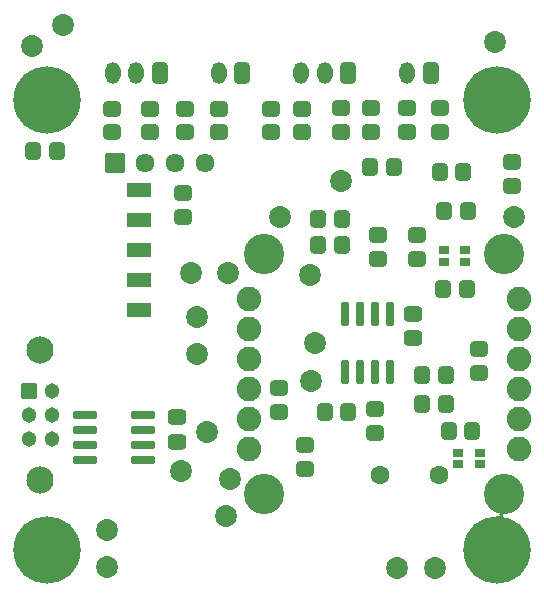
<source format=gbs>
G04 #@! TF.GenerationSoftware,KiCad,Pcbnew,(6.0.5)*
G04 #@! TF.CreationDate,2023-01-26T19:50:10-05:00*
G04 #@! TF.ProjectId,sensors,73656e73-6f72-4732-9e6b-696361645f70,rev?*
G04 #@! TF.SameCoordinates,Original*
G04 #@! TF.FileFunction,Soldermask,Bot*
G04 #@! TF.FilePolarity,Negative*
%FSLAX46Y46*%
G04 Gerber Fmt 4.6, Leading zero omitted, Abs format (unit mm)*
G04 Created by KiCad (PCBNEW (6.0.5)) date 2023-01-26 19:50:10*
%MOMM*%
%LPD*%
G01*
G04 APERTURE LIST*
G04 Aperture macros list*
%AMRoundRect*
0 Rectangle with rounded corners*
0 $1 Rounding radius*
0 $2 $3 $4 $5 $6 $7 $8 $9 X,Y pos of 4 corners*
0 Add a 4 corners polygon primitive as box body*
4,1,4,$2,$3,$4,$5,$6,$7,$8,$9,$2,$3,0*
0 Add four circle primitives for the rounded corners*
1,1,$1+$1,$2,$3*
1,1,$1+$1,$4,$5*
1,1,$1+$1,$6,$7*
1,1,$1+$1,$8,$9*
0 Add four rect primitives between the rounded corners*
20,1,$1+$1,$2,$3,$4,$5,0*
20,1,$1+$1,$4,$5,$6,$7,0*
20,1,$1+$1,$6,$7,$8,$9,0*
20,1,$1+$1,$8,$9,$2,$3,0*%
G04 Aperture macros list end*
%ADD10C,5.701600*%
%ADD11RoundRect,0.300800X0.450000X-0.350000X0.450000X0.350000X-0.450000X0.350000X-0.450000X-0.350000X0*%
%ADD12C,3.403600*%
%ADD13C,2.082800*%
%ADD14C,1.601600*%
%ADD15C,2.301600*%
%ADD16RoundRect,0.050800X-0.600000X0.600000X-0.600000X-0.600000X0.600000X-0.600000X0.600000X0.600000X0*%
%ADD17C,1.301600*%
%ADD18RoundRect,0.300800X0.350000X0.625000X-0.350000X0.625000X-0.350000X-0.625000X0.350000X-0.625000X0*%
%ADD19O,1.301600X1.851600*%
%ADD20RoundRect,0.050800X-0.754000X-0.754000X0.754000X-0.754000X0.754000X0.754000X-0.754000X0.754000X0*%
%ADD21C,1.609600*%
%ADD22C,1.856600*%
%ADD23RoundRect,0.300800X-0.475000X0.337500X-0.475000X-0.337500X0.475000X-0.337500X0.475000X0.337500X0*%
%ADD24RoundRect,0.300800X0.475000X-0.337500X0.475000X0.337500X-0.475000X0.337500X-0.475000X-0.337500X0*%
%ADD25RoundRect,0.300800X-0.350000X-0.450000X0.350000X-0.450000X0.350000X0.450000X-0.350000X0.450000X0*%
%ADD26RoundRect,0.300800X0.350000X0.450000X-0.350000X0.450000X-0.350000X-0.450000X0.350000X-0.450000X0*%
%ADD27RoundRect,0.300800X-0.450000X0.350000X-0.450000X-0.350000X0.450000X-0.350000X0.450000X0.350000X0*%
%ADD28RoundRect,0.200800X0.825000X0.150000X-0.825000X0.150000X-0.825000X-0.150000X0.825000X-0.150000X0*%
%ADD29RoundRect,0.050800X0.400000X0.250000X-0.400000X0.250000X-0.400000X-0.250000X0.400000X-0.250000X0*%
%ADD30RoundRect,0.050800X-1.000000X0.500000X-1.000000X-0.500000X1.000000X-0.500000X1.000000X0.500000X0*%
%ADD31RoundRect,0.200800X0.150000X-0.825000X0.150000X0.825000X-0.150000X0.825000X-0.150000X-0.825000X0*%
G04 APERTURE END LIST*
D10*
X190500000Y-139700000D03*
X152400000Y-139700000D03*
X152400000Y-101600000D03*
D11*
X163982400Y-111490000D03*
X163982400Y-109490000D03*
D12*
X170790427Y-114649833D03*
X191110427Y-114649833D03*
X170790427Y-134969833D03*
X191110427Y-134969833D03*
D13*
X169520427Y-118459833D03*
X169520427Y-120999833D03*
X169520427Y-123539833D03*
X169520427Y-126079833D03*
X169520427Y-128619833D03*
X169520427Y-131159833D03*
X192380427Y-131159833D03*
X192380427Y-128619833D03*
X192380427Y-126079833D03*
X192380427Y-123539833D03*
X192380427Y-120999833D03*
X192380427Y-118459833D03*
D14*
X180594000Y-133350000D03*
X185594000Y-133350000D03*
D15*
X151880000Y-133760000D03*
X151880000Y-122760000D03*
D16*
X150880000Y-126260000D03*
D17*
X150880000Y-128260000D03*
X150880000Y-130260000D03*
X152880000Y-126260000D03*
X152880000Y-128260000D03*
X152880000Y-130260000D03*
D18*
X168966206Y-99325604D03*
D19*
X166966206Y-99325604D03*
D20*
X158180000Y-106925800D03*
D21*
X160720000Y-106925800D03*
X163260000Y-106925800D03*
X165800000Y-106925800D03*
D18*
X177947147Y-99314004D03*
D19*
X175947147Y-99314004D03*
X173947147Y-99314004D03*
D10*
X190500000Y-101600000D03*
D18*
X161981052Y-99299249D03*
D19*
X159981052Y-99299249D03*
X157981052Y-99299249D03*
D18*
X184926510Y-99314004D03*
D19*
X182926510Y-99314004D03*
D22*
X167760000Y-116240000D03*
X164650000Y-116280000D03*
X165105768Y-119955193D03*
D23*
X183408948Y-119698294D03*
X183408948Y-121773294D03*
D22*
X167934830Y-133649623D03*
X185300000Y-141200000D03*
X153800000Y-95225000D03*
D11*
X174244000Y-132826000D03*
X174244000Y-130826000D03*
D24*
X163400000Y-130537500D03*
X163400000Y-128462500D03*
D22*
X157480000Y-141100000D03*
D25*
X175400000Y-113900000D03*
X177400000Y-113900000D03*
D26*
X181800000Y-107300000D03*
X179800000Y-107300000D03*
D27*
X183775940Y-113046000D03*
X183775940Y-115046000D03*
D28*
X160575000Y-128295000D03*
X160575000Y-129565000D03*
X160575000Y-130835000D03*
X160575000Y-132105000D03*
X155625000Y-132105000D03*
X155625000Y-130835000D03*
X155625000Y-129565000D03*
X155625000Y-128295000D03*
D27*
X174014165Y-102336000D03*
X174014165Y-104336000D03*
D29*
X187861940Y-114300000D03*
X187861940Y-115300000D03*
X186061940Y-115300000D03*
X186061940Y-114300000D03*
D27*
X191770000Y-106848400D03*
X191770000Y-108848400D03*
D11*
X172100000Y-128000000D03*
X172100000Y-126000000D03*
D22*
X182100000Y-141200000D03*
D26*
X186200000Y-127300000D03*
X184200000Y-127300000D03*
D22*
X165100000Y-123139200D03*
X177350000Y-108475000D03*
D25*
X175375000Y-111675000D03*
X177375000Y-111675000D03*
D27*
X157962200Y-102317200D03*
X157962200Y-104317200D03*
D22*
X157500000Y-137975000D03*
X151125000Y-97000000D03*
D11*
X180206825Y-129786878D03*
X180206825Y-127786878D03*
X180473940Y-115046000D03*
X180473940Y-113046000D03*
D22*
X190400000Y-96700000D03*
D11*
X171418957Y-104336000D03*
X171418957Y-102336000D03*
D26*
X187674000Y-107700000D03*
X185674000Y-107700000D03*
D27*
X182912201Y-102276400D03*
X182912201Y-104276400D03*
D22*
X192000000Y-111500000D03*
X163800000Y-133000000D03*
D30*
X160227500Y-119380000D03*
X160227500Y-116840000D03*
X160227500Y-114300000D03*
X160227500Y-111760000D03*
X160227500Y-109220000D03*
D26*
X188436000Y-129600000D03*
X186436000Y-129600000D03*
D22*
X172186600Y-111506000D03*
X166000000Y-129700000D03*
D29*
X187263200Y-131453000D03*
X187263200Y-132453000D03*
X189063200Y-132453000D03*
X189063200Y-131453000D03*
D27*
X161112200Y-102327200D03*
X161112200Y-104327200D03*
D11*
X179832000Y-104313170D03*
X179832000Y-102313170D03*
D31*
X181483000Y-124649000D03*
X180213000Y-124649000D03*
X178943000Y-124649000D03*
X177673000Y-124649000D03*
X177673000Y-119699000D03*
X178943000Y-119699000D03*
X180213000Y-119699000D03*
X181483000Y-119699000D03*
D11*
X188976000Y-124714000D03*
X188976000Y-122714000D03*
D22*
X174800000Y-125400000D03*
X175100000Y-122200000D03*
D25*
X175933940Y-128048000D03*
X177933940Y-128048000D03*
D22*
X174700000Y-116400000D03*
D25*
X185994800Y-117576600D03*
X187994800Y-117576600D03*
D26*
X153257000Y-105918000D03*
X151257000Y-105918000D03*
D11*
X177292000Y-104297170D03*
X177292000Y-102297170D03*
X164131800Y-102322200D03*
X164131800Y-104322200D03*
X185674000Y-104292400D03*
X185674000Y-102292400D03*
D27*
X166998582Y-104322200D03*
X166998582Y-102322200D03*
D22*
X167600000Y-136800000D03*
D25*
X184200000Y-124900000D03*
X186200000Y-124900000D03*
X186061940Y-111030000D03*
X188061940Y-111030000D03*
G36*
X190670485Y-136611708D02*
G01*
X190918009Y-136658702D01*
X191127614Y-136666937D01*
X191129305Y-136668004D01*
X191129226Y-136670002D01*
X191128023Y-136670875D01*
X191061470Y-136687609D01*
X191014096Y-136738130D01*
X191001555Y-136806243D01*
X191027830Y-136870322D01*
X191084794Y-136910175D01*
X191088867Y-136911370D01*
X191090248Y-136912817D01*
X191089684Y-136914736D01*
X191087817Y-136915229D01*
X191033811Y-136901664D01*
X190708641Y-136858854D01*
X190625975Y-136857556D01*
X190624258Y-136856529D01*
X190624290Y-136854529D01*
X190625473Y-136853628D01*
X190692080Y-136835201D01*
X190738251Y-136783579D01*
X190749183Y-136715189D01*
X190721398Y-136651728D01*
X190668405Y-136615142D01*
X190667548Y-136613335D01*
X190668684Y-136611689D01*
X190670202Y-136611609D01*
X190670485Y-136611708D01*
G37*
M02*

</source>
